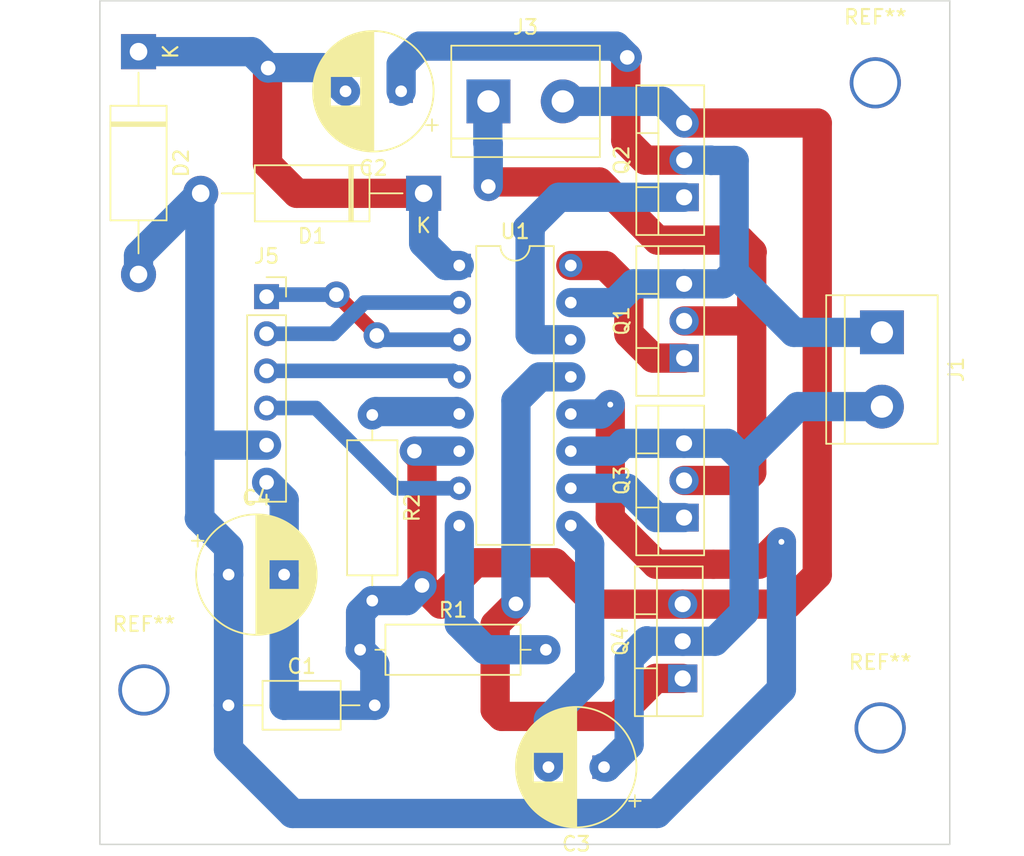
<source format=kicad_pcb>
(kicad_pcb (version 20221018) (generator pcbnew)
  (layers (0 "F.Cu" signal) (31 "B.Cu" signal) (34 "B.Paste" user) (35 "F.Paste" user) (36 "B.SilkS" user "B.Silkscreen") (37 "F.SilkS" user "F.Silkscreen") (38 "B.Mask" user) (39 "F.Mask" user) (44 "Edge.Cuts" user))
  (net 0 "")
  (net 1 "Net-(J1-Pin_1)")
  (net 2 "Net-(D1-K)")
  (net 3 "Net-(J1-Pin_2)")
  (net 4 "Net-(U1-AHB)")
  (net 5 "+5V")
  (net 6 "VDD")
  (net 7 "GND")
  (net 8 "Net-(Q1-G)")
  (net 9 "Net-(Q2-G)")
  (net 10 "Net-(Q3-G)")
  (net 11 "Net-(Q4-G)")
  (net 12 "Net-(U1-DIS)")
  (net 13 "Net-(U1-DEL)")
  (net 14 "Net-(J5-Pin_3)")
  (net 15 "Net-(J5-Pin_4)")
  (net 16 "Net-(J5-Pin_2)")
  (net 17 "Net-(J5-Pin_1)")
  (footprint "Capacitor_THT:CP_Radial_D8.0mm_P3.80mm" (layer "F.Cu") (at 139.362651 63.12 180)
    (fp_text reference "C3" (at 1.9 -5.25) (layer "F.SilkS"))
    (fp_text value "47nf")
    (pad "1" thru_hole rect (at 0 0 180) (size 1.6 1.6) (drill 0.8) (layers "*.Cu" "*.Mask") (net 3 "Net-(J1-Pin_2)"))
    (pad "2" thru_hole circle (at 3.8 0 180) (size 1.6 1.6) (drill 0.8) (layers "*.Cu" "*.Mask") (net 4 "Net-(U1-AHB)"))
  )
  (footprint "Package_TO_SOT_THT:TO-220-3_Vertical" (layer "F.Cu") (at 144.74 57.05 90)
    (fp_text reference "Q4" (at 2.54 -4.27 90) (layer "F.SilkS"))
    (fp_text value "IRLZ44N" hide)
    (pad "1" thru_hole rect (at 0 0 90) (size 1.905 2) (drill 1.1) (layers "*.Cu" "*.Mask") (net 11 "Net-(Q4-G)"))
    (pad "2" thru_hole oval (at 2.54 0 90) (size 1.905 2) (drill 1.1) (layers "*.Cu" "*.Mask") (net 3 "Net-(J1-Pin_2)"))
    (pad "3" thru_hole oval (at 5.08 0 90) (size 1.905 2) (drill 1.1) (layers "*.Cu" "*.Mask") (net 7 "GND"))
  )
  (footprint "Diode_THT:D_DO-15_P15.24mm_Horizontal" (layer "F.Cu") (at 107.54 14.18 -90)
    (fp_text reference "D2" (at 7.62 -2.92 90) (layer "F.SilkS"))
    (fp_text value "D")
    (fp_text user "K" (at 0 -2.2 90) (layer "F.SilkS"))
    (pad "1" thru_hole rect (at 0 0 270) (size 2.4 2.4) (drill 1.2) (layers "*.Cu" "*.Mask") (net 2 "Net-(D1-K)"))
    (pad "2" thru_hole oval (at 15.24 0 270) (size 2.4 2.4) (drill 1.2) (layers "*.Cu" "*.Mask") (net 5 "+5V"))
  )
  (footprint "Resistor_THT:R_Axial_DIN0309_L9.0mm_D3.2mm_P12.70mm_Horizontal" (layer "F.Cu") (at 123.52 39.03 -90)
    (fp_text reference "R2" (at 6.35 -2.72 90) (layer "F.SilkS"))
    (fp_text value "36k")
    (pad "1" thru_hole circle (at 0 0 270) (size 1.6 1.6) (drill 0.8) (layers "*.Cu" "*.Mask") (net 13 "Net-(U1-DEL)"))
    (pad "2" thru_hole oval (at 12.7 0 270) (size 1.6 1.6) (drill 0.8) (layers "*.Cu" "*.Mask") (net 7 "GND"))
  )
  (footprint "TerminalBlock:TerminalBlock_bornier-2_P5.08mm" (layer "F.Cu") (at 158.36 33.38 -90)
    (fp_text reference "J1" (at 2.54 -5.08 90) (layer "F.SilkS"))
    (fp_text value "Screw_Terminal_01x02")
    (pad "1" thru_hole rect (at 0 0 270) (size 3 3) (drill 1.52) (layers "*.Cu" "*.Mask") (net 1 "Net-(J1-Pin_1)"))
    (pad "2" thru_hole circle (at 5.08 0 270) (size 3 3) (drill 1.52) (layers "*.Cu" "*.Mask") (net 3 "Net-(J1-Pin_2)"))
  )
  (footprint "Package_TO_SOT_THT:TO-220-3_Vertical" (layer "F.Cu") (at 144.835 46.05 90)
    (fp_text reference "Q3" (at 2.54 -4.27 90) (layer "F.SilkS"))
    (fp_text value "IRLZ44N")
    (pad "1" thru_hole rect (at 0 0 90) (size 1.905 2) (drill 1.1) (layers "*.Cu" "*.Mask") (net 10 "Net-(Q3-G)"))
    (pad "2" thru_hole oval (at 2.54 0 90) (size 1.905 2) (drill 1.1) (layers "*.Cu" "*.Mask") (net 6 "VDD"))
    (pad "3" thru_hole oval (at 5.08 0 90) (size 1.905 2) (drill 1.1) (layers "*.Cu" "*.Mask") (net 3 "Net-(J1-Pin_2)"))
  )
  (footprint "Connector_PinSocket_2.54mm:PinSocket_1x06_P2.54mm_Vertical" (layer "F.Cu") (at 116.295 30.935)
    (fp_text reference "J5" (at 0 -2.77) (layer "F.SilkS"))
    (fp_text value "Conn_01x06_Pin")
    (pad "1" thru_hole rect (at 0 0) (size 1.7 1.7) (drill 1) (layers "*.Cu" "*.Mask") (net 17 "Net-(J5-Pin_1)"))
    (pad "2" thru_hole oval (at 0 2.54) (size 1.7 1.7) (drill 1) (layers "*.Cu" "*.Mask") (net 16 "Net-(J5-Pin_2)"))
    (pad "3" thru_hole oval (at 0 5.08) (size 1.7 1.7) (drill 1) (layers "*.Cu" "*.Mask") (net 14 "Net-(J5-Pin_3)"))
    (pad "4" thru_hole oval (at 0 7.62) (size 1.7 1.7) (drill 1) (layers "*.Cu" "*.Mask") (net 15 "Net-(J5-Pin_4)"))
    (pad "5" thru_hole oval (at 0 10.16) (size 1.7 1.7) (drill 1) (layers "*.Cu" "*.Mask") (net 5 "+5V"))
    (pad "6" thru_hole oval (at 0 12.7) (size 1.7 1.7) (drill 1) (layers "*.Cu" "*.Mask") (net 7 "GND"))
  )
  (footprint "Capacitor_THT:CP_Radial_D8.0mm_P3.80mm" (layer "F.Cu") (at 113.697349 49.95)
    (fp_text reference "C4" (at 1.9 -5.25) (layer "F.SilkS"))
    (fp_text value "47nf")
    (pad "1" thru_hole rect (at 0 0) (size 1.6 1.6) (drill 0.8) (layers "*.Cu" "*.Mask") (net 5 "+5V"))
    (pad "2" thru_hole circle (at 3.8 0) (size 1.6 1.6) (drill 0.8) (layers "*.Cu" "*.Mask") (net 7 "GND"))
  )
  (footprint "Capacitor_THT:CP_Radial_D8.0mm_P3.80mm" (layer "F.Cu") (at 125.492651 16.89 180)
    (fp_text reference "C2" (at 1.9 -5.25) (layer "F.SilkS"))
    (fp_text value "47nf")
    (pad "1" thru_hole rect (at 0 0 180) (size 1.6 1.6) (drill 0.8) (layers "*.Cu" "*.Mask") (net 1 "Net-(J1-Pin_1)"))
    (pad "2" thru_hole circle (at 3.8 0 180) (size 1.6 1.6) (drill 0.8) (layers "*.Cu" "*.Mask") (net 2 "Net-(D1-K)"))
  )
  (footprint "MountingHole:MountingHole_3.5mm_Pad" (layer "F.Cu") (at 158.24 60.44)
    (fp_text reference "REF**" (at 0 -4.5) (layer "F.SilkS"))
    (fp_text value "MountingHole_3.5mm_Pad")
    (pad "1" thru_hole circle (at 0 0) (size 3.5 3.5) (drill 3) (layers "*.Cu" "*.Mask"))
  )
  (footprint "MountingHole:MountingHole_3.5mm_Pad" (layer "F.Cu") (at 157.91 16.31)
    (fp_text reference "REF**" (at 0 -4.5) (layer "F.SilkS"))
    (fp_text value "MountingHole_3.5mm_Pad")
    (pad "1" thru_hole circle (at 0 0) (size 3.5 3.5) (drill 3) (layers "*.Cu" "*.Mask"))
  )
  (footprint "Package_TO_SOT_THT:TO-220-3_Vertical" (layer "F.Cu") (at 144.84 35.14 90)
    (fp_text reference "Q1" (at 2.54 -4.27 90) (layer "F.SilkS"))
    (fp_text value "IRLZ44N")
    (pad "1" thru_hole rect (at 0 0 90) (size 1.905 2) (drill 1.1) (layers "*.Cu" "*.Mask") (net 8 "Net-(Q1-G)"))
    (pad "2" thru_hole oval (at 2.54 0 90) (size 1.905 2) (drill 1.1) (layers "*.Cu" "*.Mask") (net 6 "VDD"))
    (pad "3" thru_hole oval (at 5.08 0 90) (size 1.905 2) (drill 1.1) (layers "*.Cu" "*.Mask") (net 1 "Net-(J1-Pin_1)"))
  )
  (footprint "Diode_THT:D_DO-15_P15.24mm_Horizontal" (layer "F.Cu") (at 127.03 23.87 180)
    (fp_text reference "D1" (at 7.62 -2.92) (layer "F.SilkS"))
    (fp_text value "D")
    (fp_text user "K" (at 0 -2.2) (layer "F.SilkS"))
    (pad "1" thru_hole rect (at 0 0 180) (size 2.4 2.4) (drill 1.2) (layers "*.Cu" "*.Mask") (net 2 "Net-(D1-K)"))
    (pad "2" thru_hole oval (at 15.24 0 180) (size 2.4 2.4) (drill 1.2) (layers "*.Cu" "*.Mask") (net 5 "+5V"))
  )
  (footprint "Resistor_THT:R_Axial_DIN0309_L9.0mm_D3.2mm_P12.70mm_Horizontal" (layer "F.Cu") (at 122.69 55.09)
    (fp_text reference "R1" (at 6.35 -2.72) (layer "F.SilkS"))
    (fp_text value "36k")
    (pad "1" thru_hole circle (at 0 0) (size 1.6 1.6) (drill 0.8) (layers "*.Cu" "*.Mask") (net 7 "GND"))
    (pad "2" thru_hole oval (at 12.7 0) (size 1.6 1.6) (drill 0.8) (layers "*.Cu" "*.Mask") (net 12 "Net-(U1-DIS)"))
  )
  (footprint "Package_TO_SOT_THT:TO-220-3_Vertical" (layer "F.Cu") (at 144.84 24.14 90)
    (fp_text reference "Q2" (at 2.54 -4.27 90) (layer "F.SilkS"))
    (fp_text value "IRLZ44N")
    (pad "1" thru_hole rect (at 0 0 90) (size 1.905 2) (drill 1.1) (layers "*.Cu" "*.Mask") (net 9 "Net-(Q2-G)"))
    (pad "2" thru_hole oval (at 2.54 0 90) (size 1.905 2) (drill 1.1) (layers "*.Cu" "*.Mask") (net 1 "Net-(J1-Pin_1)"))
    (pad "3" thru_hole oval (at 5.08 0 90) (size 1.905 2) (drill 1.1) (layers "*.Cu" "*.Mask") (net 7 "GND"))
  )
  (footprint "Package_DIP:DIP-16_W7.62mm" (layer "F.Cu") (at 129.47 28.805)
    (fp_text reference "U1" (at 3.81 -2.33) (layer "F.SilkS"))
    (fp_text value "HIP4082xP")
    (pad "1" thru_hole rect (at 0 0) (size 1.6 1.6) (drill 0.8) (layers "*.Cu" "*.Mask") (net 2 "Net-(D1-K)"))
    (pad "2" thru_hole oval (at 0 2.54) (size 1.6 1.6) (drill 0.8) (layers "*.Cu" "*.Mask") (net 16 "Net-(J5-Pin_2)"))
    (pad "3" thru_hole oval (at 0 5.08) (size 1.6 1.6) (drill 0.8) (layers "*.Cu" "*.Mask") (net 17 "Net-(J5-Pin_1)"))
    (pad "4" thru_hole oval (at 0 7.62) (size 1.6 1.6) (drill 0.8) (layers "*.Cu" "*.Mask") (net 14 "Net-(J5-Pin_3)"))
    (pad "5" thru_hole oval (at 0 10.16) (size 1.6 1.6) (drill 0.8) (layers "*.Cu" "*.Mask") (net 13 "Net-(U1-DEL)"))
    (pad "6" thru_hole oval (at 0 12.7) (size 1.6 1.6) (drill 0.8) (layers "*.Cu" "*.Mask") (net 7 "GND"))
    (pad "7" thru_hole oval (at 0 15.24) (size 1.6 1.6) (drill 0.8) (layers "*.Cu" "*.Mask") (net 15 "Net-(J5-Pin_4)"))
    (pad "8" thru_hole oval (at 0 17.78) (size 1.6 1.6) (drill 0.8) (layers "*.Cu" "*.Mask") (net 12 "Net-(U1-DIS)"))
    (pad "9" thru_hole oval (at 7.62 17.78) (size 1.6 1.6) (drill 0.8) (layers "*.Cu" "*.Mask") (net 4 "Net-(U1-AHB)"))
    (pad "10" thru_hole oval (at 7.62 15.24) (size 1.6 1.6) (drill 0.8) (layers "*.Cu" "*.Mask") (net 10 "Net-(Q3-G)"))
    (pad "11" thru_hole oval (at 7.62 12.7) (size 1.6 1.6) (drill 0.8) (layers "*.Cu" "*.Mask") (net 3 "Net-(J1-Pin_2)"))
    (pad "12" thru_hole oval (at 7.62 10.16) (size 1.6 1.6) (drill 0.8) (layers "*.Cu" "*.Mask") (net 5 "+5V"))
    (pad "13" thru_hole oval (at 7.62 7.62) (size 1.6 1.6) (drill 0.8) (layers "*.Cu" "*.Mask") (net 11 "Net-(Q4-G)"))
    (pad "14" thru_hole oval (at 7.62 5.08) (size 1.6 1.6) (drill 0.8) (layers "*.Cu" "*.Mask") (net 9 "Net-(Q2-G)"))
    (pad "15" thru_hole oval (at 7.62 2.54) (size 1.6 1.6) (drill 0.8) (layers "*.Cu" "*.Mask") (net 1 "Net-(J1-Pin_1)"))
    (pad "16" thru_hole oval (at 7.62 0) (size 1.6 1.6) (drill 0.8) (layers "*.Cu" "*.Mask") (net 8 "Net-(Q1-G)"))
  )
  (footprint "MountingHole:MountingHole_3.5mm_Pad" (layer "F.Cu") (at 107.91 57.84)
    (fp_text reference "REF**" (at 0 -4.5) (layer "F.SilkS"))
    (fp_text value "MountingHole_3.5mm_Pad")
    (pad "1" thru_hole circle (at 0 0) (size 3.5 3.5) (drill 3) (layers "*.Cu" "*.Mask"))
  )
  (footprint "TerminalBlock:TerminalBlock_bornier-2_P5.08mm" (layer "F.Cu") (at 131.46 17.58)
    (fp_text reference "J3" (at 2.54 -5.08) (layer "F.SilkS"))
    (fp_text value "Screw_Terminal_01x02")
    (pad "1" thru_hole rect (at 0 0) (size 3 3) (drill 1.52) (layers "*.Cu" "*.Mask") (net 6 "VDD"))
    (pad "2" thru_hole circle (at 5.08 0) (size 3 3) (drill 1.52) (layers "*.Cu" "*.Mask") (net 7 "GND"))
  )
  (footprint "Capacitor_THT:C_Axial_L5.1mm_D3.1mm_P10.00mm_Horizontal" (layer "F.Cu") (at 113.69 58.89)
    (fp_text reference "C1" (at 5 -2.67) (layer "F.SilkS"))
    (fp_text value "C")
    (pad "1" thru_hole circle (at 0 0) (size 1.6 1.6) (drill 0.8) (layers "*.Cu" "*.Mask") (net 5 "+5V"))
    (pad "2" thru_hole oval (at 10 0) (size 1.6 1.6) (drill 0.8) (layers "*.Cu" "*.Mask") (net 7 "GND"))
  )
  (gr_rect (start 104.9 10.696) (end 163 68.404) (stroke (width 0.1)) (fill none) (layer "Edge.Cuts"))
  (segment (start 140.85 20.27) (end 140.85 14.57) (width 2) (layer "F.Cu") (net 1))
  (segment (start 140.85 14.57) (end 140.95 14.57) (width 2) (layer "F.Cu") (net 1))
  (segment (start 144.84 21.6) (end 142.18 21.6) (width 2) (layer "F.Cu") (net 1))
  (segment (start 142.18 21.6) (end 140.85 20.27) (width 2) (layer "F.Cu") (net 1))
  (via (at 140.95 14.57) (size 1.8) (drill 1) (layers "F.Cu" "B.Cu") (net 1))
  (segment (start 140.18 13.8) (end 126.75 13.8) (width 2) (layer "B.Cu") (net 1))
  (segment (start 152.34 33.38) (end 148.26 29.3) (width 2) (layer "B.Cu") (net 1))
  (segment (start 141.39 30.06) (end 140.105 31.345) (width 2) (layer "B.Cu") (net 1))
  (segment (start 126.75 13.8) (end 125.492651 15.057349) (width 2) (layer "B.Cu") (net 1))
  (segment (start 140.105 31.345) (end 137.09 31.345) (width 2) (layer "B.Cu") (net 1))
  (segment (start 148.26 21.62) (end 148.26 29.3) (width 2) (layer "B.Cu") (net 1))
  (segment (start 140.95 14.57) (end 140.18 13.8) (width 2) (layer "B.Cu") (net 1))
  (segment (start 146.6525 21.6) (end 146.6725 21.62) (width 2) (layer "B.Cu") (net 1))
  (segment (start 158.36 33.38) (end 152.34 33.38) (width 2) (layer "B.Cu") (net 1))
  (segment (start 125.492651 15.057349) (end 125.492651 16.89) (width 2) (layer "B.Cu") (net 1))
  (segment (start 144.84 21.6) (end 146.6525 21.6) (width 2) (layer "B.Cu") (net 1))
  (segment (start 144.84 30.06) (end 141.39 30.06) (width 2) (layer "B.Cu") (net 1))
  (segment (start 147.5 30.06) (end 144.84 30.06) (width 2) (layer "B.Cu") (net 1))
  (segment (start 148.26 29.3) (end 147.5 30.06) (width 2) (layer "B.Cu") (net 1))
  (segment (start 146.6725 21.62) (end 148.26 21.62) (width 2) (layer "B.Cu") (net 1))
  (segment (start 116.4 15.3) (end 116.36 15.34) (width 2) (layer "F.Cu") (net 2))
  (segment (start 116.36 21.87) (end 118.36 23.87) (width 2) (layer "F.Cu") (net 2))
  (segment (start 116.36 15.34) (end 116.36 21.87) (width 2) (layer "F.Cu") (net 2))
  (segment (start 118.36 23.87) (end 127.03 23.87) (width 2) (layer "F.Cu") (net 2))
  (via (at 116.4 15.3) (size 1.8) (drill 1) (layers "F.Cu" "B.Cu") (net 2))
  (segment (start 107.54 14.18) (end 115.28 14.18) (width 2) (layer "B.Cu") (net 2))
  (segment (start 128.555 28.805) (end 127.03 27.28) (width 2) (layer "B.Cu") (net 2))
  (segment (start 120.072651 15.27) (end 121.692651 16.89) (width 2) (layer "B.Cu") (net 2))
  (segment (start 116.4 15.3) (end 116.43 15.27) (width 2) (layer "B.Cu") (net 2))
  (segment (start 115.28 14.18) (end 116.4 15.3) (width 2) (layer "B.Cu") (net 2))
  (segment (start 129.47 28.805) (end 128.555 28.805) (width 2) (layer "B.Cu") (net 2))
  (segment (start 127.03 27.28) (end 127.03 23.87) (width 2) (layer "B.Cu") (net 2))
  (segment (start 116.43 15.27) (end 120.072651 15.27) (width 2) (layer "B.Cu") (net 2))
  (segment (start 142.32 54.51) (end 144.74 54.51) (width 2) (layer "B.Cu") (net 3))
  (segment (start 148.94 52.51) (end 148.94 42.13) (width 2) (layer "B.Cu") (net 3))
  (segment (start 147.78 40.97) (end 144.835 40.97) (width 2) (layer "B.Cu") (net 3))
  (segment (start 144.74 54.51) (end 146.94 54.51) (width 2) (layer "B.Cu") (net 3))
  (segment (start 141.08 55.69) (end 142.29 54.48) (width 2) (layer "B.Cu") (net 3))
  (segment (start 146.94 54.51) (end 148.94 52.51) (width 2) (layer "B.Cu") (net 3))
  (segment (start 139.362651 63.12) (end 139.54 63.12) (width 2) (layer "B.Cu") (net 3))
  (segment (start 140.69 40.97) (end 140.155 41.505) (width 2) (layer "B.Cu") (net 3))
  (segment (start 142.29 54.48) (end 142.32 54.51) (width 2) (layer "B.Cu") (net 3))
  (segment (start 139.54 63.12) (end 141.08 61.58) (width 2) (layer "B.Cu") (net 3))
  (segment (start 144.835 40.97) (end 140.69 40.97) (width 2) (layer "B.Cu") (net 3))
  (segment (start 141.08 61.58) (end 141.08 55.69) (width 2) (layer "B.Cu") (net 3))
  (segment (start 148.94 42.13) (end 147.78 40.97) (width 2) (layer "B.Cu") (net 3))
  (segment (start 152.61 38.46) (end 148.94 42.13) (width 2) (layer "B.Cu") (net 3))
  (segment (start 140.155 41.505) (end 137.09 41.505) (width 2) (layer "B.Cu") (net 3))
  (segment (start 158.36 38.46) (end 152.61 38.46) (width 2) (layer "B.Cu") (net 3))
  (segment (start 138.38 47.875) (end 137.09 46.585) (width 2) (layer "B.Cu") (net 4))
  (segment (start 138.38 57.04) (end 138.38 47.875) (width 2) (layer "B.Cu") (net 4))
  (segment (start 135.562651 59.857349) (end 138.38 57.04) (width 2) (layer "B.Cu") (net 4))
  (segment (start 135.562651 63.12) (end 135.562651 59.857349) (width 2) (layer "B.Cu") (net 4))
  (segment (start 146.84 49.24) (end 149.96 49.24) (width 2) (layer "F.Cu") (net 5))
  (segment (start 149.96 49.24) (end 151.49 47.71) (width 2) (layer "F.Cu") (net 5))
  (segment (start 142.93 49.24) (end 146.84 49.24) (width 2) (layer "F.Cu") (net 5))
  (segment (start 139.79 46.1) (end 142.93 49.24) (width 2) (layer "F.Cu") (net 5))
  (segment (start 139.79 38.32) (end 139.79 46.1) (width 2) (layer "F.Cu") (net 5))
  (via (at 139.79 38.32) (size 0.8) (drill 0.4) (layers "F.Cu" "B.Cu") (net 5))
  (via (at 151.49 47.71) (size 0.8) (drill 0.4) (layers "F.Cu" "B.Cu") (net 5))
  (segment (start 107.54 29.42) (end 107.54 28.12) (width 2) (layer "B.Cu") (net 5))
  (segment (start 139.145 38.965) (end 139.79 38.32) (width 2) (layer "B.Cu") (net 5))
  (segment (start 118.07 66.29) (end 113.69 61.91) (width 2) (layer "B.Cu") (net 5))
  (segment (start 113.69 49.957349) (end 113.697349 49.95) (width 2) (layer "B.Cu") (net 5))
  (segment (start 112.305 41.095) (end 116.295 41.095) (width 2) (layer "B.Cu") (net 5))
  (segment (start 111.7 46.09) (end 111.73 46.06) (width 2) (layer "B.Cu") (net 5))
  (segment (start 113.697349 49.95) (end 113.697349 48.087349) (width 2) (layer "B.Cu") (net 5))
  (segment (start 111.73 23.93) (end 111.79 23.87) (width 2) (layer "B.Cu") (net 5))
  (segment (start 113.69 58.89) (end 113.69 49.957349) (width 2) (layer "B.Cu") (net 5))
  (segment (start 113.69 61.91) (end 113.69 58.89) (width 2) (layer "B.Cu") (net 5))
  (segment (start 151.49 57.79) (end 142.99 66.29) (width 2) (layer "B.Cu") (net 5))
  (segment (start 113.697349 48.087349) (end 111.7 46.09) (width 2) (layer "B.Cu") (net 5))
  (segment (start 107.54 28.12) (end 111.79 23.87) (width 2) (layer "B.Cu") (net 5))
  (segment (start 111.73 41.67) (end 111.73 23.93) (width 2) (layer "B.Cu") (net 5))
  (segment (start 111.73 46.06) (end 111.73 41.67) (width 2) (layer "B.Cu") (net 5))
  (segment (start 137.09 38.965) (end 139.145 38.965) (width 2) (layer "B.Cu") (net 5))
  (segment (start 111.73 41.67) (end 112.305 41.095) (width 2) (layer "B.Cu") (net 5))
  (segment (start 151.49 47.71) (end 151.49 57.79) (width 2) (layer "B.Cu") (net 5))
  (segment (start 142.99 66.29) (end 118.07 66.29) (width 2) (layer "B.Cu") (net 5))
  (segment (start 148.92 43.51) (end 149.46 42.97) (width 2) (layer "F.Cu") (net 6))
  (segment (start 149.46 32.67) (end 149.39 32.6) (width 2) (layer "F.Cu") (net 6))
  (segment (start 148.67 27.07) (end 149.49 27.89) (width 2) (layer "F.Cu") (net 6))
  (segment (start 149.46 42.97) (end 149.46 32.67) (width 2) (layer "F.Cu") (net 6))
  (segment (start 149.46 27.92) (end 149.46 32.67) (width 2) (layer "F.Cu") (net 6))
  (segment (start 149.39 32.6) (end 144.84 32.6) (width 2) (layer "F.Cu") (net 6))
  (segment (start 131.76 23.09) (end 139.04 23.09) (width 2) (layer "F.Cu") (net 6))
  (segment (start 143.02 27.07) (end 148.67 27.07) (width 2) (layer "F.Cu") (net 6))
  (segment (start 149.49 27.89) (end 149.46 27.92) (width 2) (layer "F.Cu") (net 6))
  (segment (start 131.45 23.4) (end 131.76 23.09) (width 2) (layer "F.Cu") (net 6))
  (segment (start 139.04 23.09) (end 143.02 27.07) (width 2) (layer "F.Cu") (net 6))
  (segment (start 144.835 43.51) (end 148.92 43.51) (width 2) (layer "F.Cu") (net 6))
  (via (at 131.45 23.4) (size 1.8) (drill 1) (layers "F.Cu" "B.Cu") (net 6))
  (segment (start 131.42 17.62) (end 131.46 17.58) (width 2) (layer "B.Cu") (net 6))
  (segment (start 131.42 20.45) (end 131.42 17.62) (width 2) (layer "B.Cu") (net 6))
  (segment (start 131.45 23.4) (end 131.45 20.48) (width 2) (layer "B.Cu") (net 6))
  (segment (start 131.45 20.48) (end 131.42 20.45) (width 2) (layer "B.Cu") (net 6))
  (segment (start 135.99 49.14) (end 130.58873 49.14) (width 2) (layer "F.Cu") (net 7))
  (segment (start 126.395 41.505) (end 126.92 42.03) (width 2) (layer "F.Cu") (net 7))
  (segment (start 128.2 51.52873) (end 128.2 51.97) (width 2) (layer "F.Cu") (net 7))
  (segment (start 138.82 51.97) (end 135.99 49.14) (width 2) (layer "F.Cu") (net 7))
  (segment (start 144.84 19.06) (end 153.94 19.06) (width 2) (layer "F.Cu") (net 7))
  (segment (start 126.92 42.03) (end 126.92 50.69) (width 2) (layer "F.Cu") (net 7))
  (segment (start 153.94 49.97) (end 151.94 51.97) (width 2) (layer "F.Cu") (net 7))
  (segment (start 153.94 19.06) (end 153.94 49.97) (width 2) (layer "F.Cu") (net 7))
  (segment (start 151.94 51.97) (end 144.74 51.97) (width 2) (layer "F.Cu") (net 7))
  (segment (start 128.2 51.97) (end 126.92 50.69) (width 2) (layer "F.Cu") (net 7))
  (segment (start 130.58873 49.14) (end 128.2 51.52873) (width 2) (layer "F.Cu") (net 7))
  (segment (start 144.74 51.97) (end 138.82 51.97) (width 2) (layer "F.Cu") (net 7))
  (via (at 126.395 41.505) (size 1.8) (drill 1) (layers "F.Cu" "B.Cu") (net 7))
  (via (at 126.92 50.69) (size 1.8) (drill 1) (layers "F.Cu" "B.Cu") (net 7))
  (segment (start 122.72 52.53) (end 122.72 55.06) (width 2) (layer "B.Cu") (net 7))
  (segment (start 125.88 51.73) (end 126.92 50.69) (width 2) (layer "B.Cu") (net 7))
  (segment (start 117.497349 49.95) (end 117.497349 44.837349) (width 2) (layer "B.Cu") (net 7))
  (segment (start 117.497349 58.882651) (end 117.49 58.89) (width 2) (layer "B.Cu") (net 7))
  (segment (start 117.504698 58.89) (end 117.497349 58.882651) (width 2) (layer "B.Cu") (net 7))
  (segment (start 117.497349 49.95) (end 117.497349 58.882651) (width 2) (layer "B.Cu") (net 7))
  (segment (start 122.72 55.06) (end 122.69 55.09) (width 2) (layer "B.Cu") (net 7))
  (segment (start 126.395 41.505) (end 129.47 41.505) (width 2) (layer "B.Cu") (net 7))
  (segment (start 143.36 17.58) (end 144.84 19.06) (width 2) (layer "B.Cu") (net 7))
  (segment (start 136.54 17.58) (end 143.36 17.58) (width 2) (layer "B.Cu") (net 7))
  (segment (start 123.52 51.73) (end 122.72 52.53) (width 2) (layer "B.Cu") (net 7))
  (segment (start 117.497349 44.837349) (end 116.295 43.635) (width 2) (layer "B.Cu") (net 7))
  (segment (start 123.69 58.89) (end 123.69 56.09) (width 2) (layer "B.Cu") (net 7))
  (segment (start 123.69 58.89) (end 117.504698 58.89) (width 2) (layer "B.Cu") (net 7))
  (segment (start 123.52 51.73) (end 125.88 51.73) (width 2) (layer "B.Cu") (net 7))
  (segment (start 123.69 56.09) (end 122.69 55.09) (width 2) (layer "B.Cu") (net 7))
  (segment (start 141.06 33.48) (end 141.06 30.43) (width 2) (layer "F.Cu") (net 8))
  (segment (start 139.435 28.805) (end 137.09 28.805) (width 2) (layer "F.Cu") (net 8))
  (segment (start 144.84 35.14) (end 142.72 35.14) (width 2) (layer "F.Cu") (net 8))
  (segment (start 141.06 30.43) (end 139.435 28.805) (width 2) (layer "F.Cu") (net 8))
  (segment (start 142.72 35.14) (end 141.06 33.48) (width 2) (layer "F.Cu") (net 8))
  (segment (start 134.31 33.54) (end 134.31 26.5) (width 2) (layer "B.Cu") (net 9))
  (segment (start 136.27 24.14) (end 144.84 24.14) (width 2) (layer "B.Cu") (net 9))
  (segment (start 134.11 26.3) (end 136.27 24.14) (width 2) (layer "B.Cu") (net 9))
  (segment (start 134.31 26.5) (end 134.11 26.3) (width 2) (layer "B.Cu") (net 9))
  (segment (start 134.655 33.885) (end 134.31 33.54) (width 2) (layer "B.Cu") (net 9))
  (segment (start 137.09 33.885) (end 134.655 33.885) (width 2) (layer "B.Cu") (net 9))
  (segment (start 144.835 46.05) (end 142.95 46.05) (width 2) (layer "B.Cu") (net 10))
  (segment (start 142.95 46.05) (end 140.945 44.045) (width 2) (layer "B.Cu") (net 10))
  (segment (start 140.945 44.045) (end 137.09 44.045) (width 2) (layer "B.Cu") (net 10))
  (segment (start 132.37 59.65) (end 140.3 59.65) (width 2) (layer "F.Cu") (net 11))
  (segment (start 131.92 59.2) (end 132.37 59.65) (width 2) (layer "F.Cu") (net 11))
  (segment (start 142.9 57.05) (end 144.74 57.05) (width 2) (layer "F.Cu") (net 11))
  (segment (start 131.92 53.37) (end 131.92 59.2) (width 2) (layer "F.Cu") (net 11))
  (segment (start 140.3 59.65) (end 142.9 57.05) (width 2) (layer "F.Cu") (net 11))
  (segment (start 133.34 51.95) (end 131.92 53.37) (width 2) (layer "F.Cu") (net 11))
  (via (at 133.34 51.95) (size 1.8) (drill 1) (layers "F.Cu" "B.Cu") (net 11))
  (segment (start 133.34 51.95) (end 133.34 38.05) (width 2) (layer "B.Cu") (net 11))
  (segment (start 133.34 38.05) (end 134.965 36.425) (width 2) (layer "B.Cu") (net 11))
  (segment (start 134.965 36.425) (end 137.09 36.425) (width 2) (layer "B.Cu") (net 11))
  (segment (start 135.39 55.09) (end 131.24 55.09) (width 2) (layer "B.Cu") (net 12))
  (segment (start 131.24 55.09) (end 129.47 53.32) (width 2) (layer "B.Cu") (net 12))
  (segment (start 129.47 53.32) (end 129.47 46.585) (width 2) (layer "B.Cu") (net 12))
  (segment (start 129.305 38.8) (end 129.47 38.965) (width 2) (layer "B.Cu") (net 13))
  (segment (start 123.52 39.03) (end 123.75 38.8) (width 2) (layer "B.Cu") (net 13))
  (segment (start 123.75 38.8) (end 129.305 38.8) (width 2) (layer "B.Cu") (net 13))
  (segment (start 116.295 36.015) (end 129.06 36.015) (width 1) (layer "B.Cu") (net 14))
  (segment (start 129.06 36.015) (end 129.47 36.425) (width 1) (layer "B.Cu") (net 14))
  (segment (start 119.665 38.555) (end 116.295 38.555) (width 1) (layer "B.Cu") (net 15))
  (segment (start 125.155 44.045) (end 119.665 38.555) (width 1) (layer "B.Cu") (net 15))
  (segment (start 129.47 44.045) (end 125.155 44.045) (width 1) (layer "B.Cu") (net 15))
  (segment (start 122.975 31.345) (end 129.47 31.345) (width 1) (layer "B.Cu") (net 16))
  (segment (start 116.295 33.475) (end 120.845 33.475) (width 1) (layer "B.Cu") (net 16))
  (segment (start 120.845 33.475) (end 122.975 31.345) (width 1) (layer "B.Cu") (net 16))
  (segment (start 123.83 33.56) (end 121.07 30.8) (width 1) (layer "F.Cu") (net 17))
  (segment (start 123.83 33.59) (end 123.83 33.56) (width 1) (layer "F.Cu") (net 17))
  (via (at 121.07 30.8) (size 1.8) (drill 1) (layers "F.Cu" "B.Cu") (net 17))
  (via (at 123.83 33.59) (size 1.8) (drill 1) (layers "F.Cu" "B.Cu") (net 17))
  (segment (start 124.125 33.885) (end 123.83 33.59) (width 1) (layer "B.Cu") (net 17))
  (segment (start 116.43 30.8) (end 116.295 30.935) (width 1) (layer "B.Cu") (net 17))
  (segment (start 121.07 30.8) (end 116.43 30.8) (width 1) (layer "B.Cu") (net 17))
  (segment (start 129.47 33.885) (end 124.125 33.885) (width 1) (layer "B.Cu") (net 17))
)
</source>
